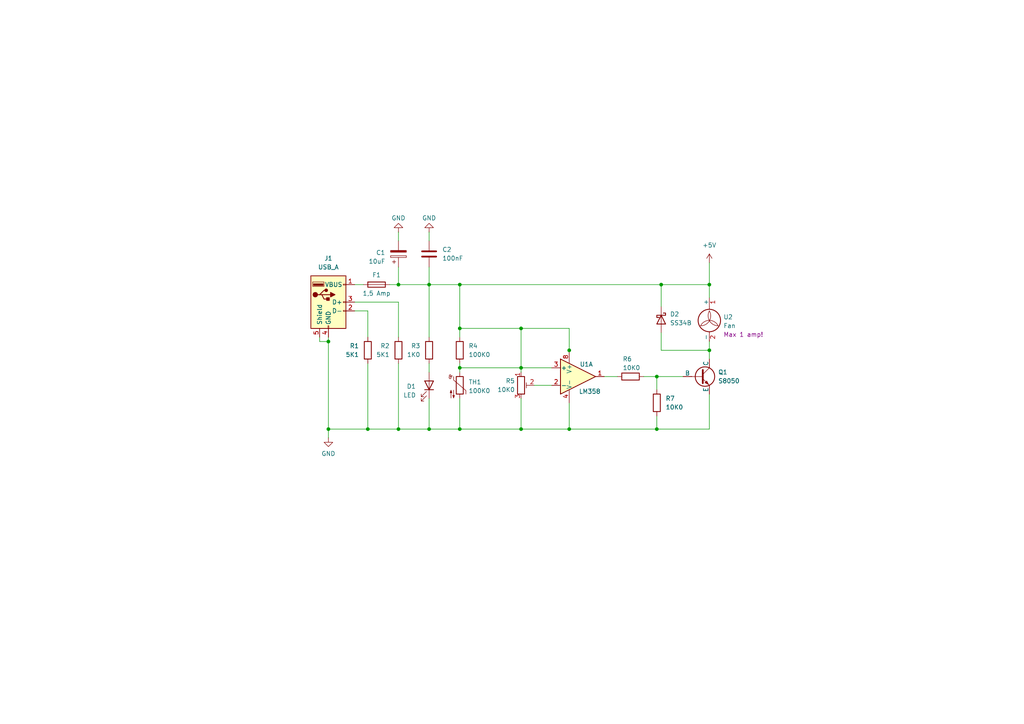
<source format=kicad_sch>
(kicad_sch (version 20231120) (generator "eeschema") (generator_version "8.0")
  (paper "A4")
  (title_block (title "Radiator ventilator driver") (date "2024-12-13") (rev "1.0.0") (comment 2 "Prototype"))
  (lib_symbols
    (symbol "Amplifier_Operational:LM358" (pin_names (offset 0.127))
      (property "Reference" "U" (at 0 5.08 0))
      (property "Value" "LM358" (at 0 -5.08 0))
      (symbol "LM358_1_1"
        (polyline (pts (xy -5.08 5.08) (xy 5.08 0) (xy -5.08 -5.08) (xy -5.08 5.08)) (stroke (width 0.254)) (fill (type background)))
        (pin output line (at 7.62 0 180) (length 2.54) (name "~") (number "1"))
        (pin input line (at -7.62 -2.54 0) (length 2.54) (name "-") (number "2"))
        (pin input line (at -7.62 2.54 0) (length 2.54) (name "+") (number "3"))
      )
      (symbol "LM358_2_1"
        (polyline (pts (xy -5.08 5.08) (xy 5.08 0) (xy -5.08 -5.08) (xy -5.08 5.08)) (stroke (width 0.254)) (fill (type background)))
        (pin input line (at -7.62 2.54 0) (length 2.54) (name "+") (number "5"))
        (pin input line (at -7.62 -2.54 0) (length 2.54) (name "-") (number "6"))
        (pin output line (at 7.62 0 180) (length 2.54) (name "~") (number "7"))
      )
      (symbol "LM358_3_1"
        (pin power_in line (at -2.54 -7.62 90) (length 3.81) (name "V-") (number "4"))
        (pin power_in line (at -2.54 7.62 270) (length 3.81) (name "V+") (number "8"))
      )
    )
    (symbol "Connector:USB_A" (pin_names (offset 1.016))
      (property "Reference" "J" (at -5.08 11.43 0))
      (property "Value" "USB_A" (at -5.08 8.89 0))
      (symbol "USB_A_0_1"
        (rectangle (start -5.08 -7.62) (end 5.08 7.62) (stroke (width 0.254)) (fill (type background)))
        (circle (center -3.81 2.159) (radius 0.635) (stroke (width 0.254)) (fill (type outline)))
        (rectangle (start -1.524 4.826) (end -4.318 5.334) (fill (type outline)))
        (rectangle (start -1.27 4.572) (end -4.572 5.842))
        (circle (center -0.635 3.429) (radius 0.381) (stroke (width 0.254)) (fill (type outline)))
        (rectangle (start -0.127 -7.62) (end 0.127 -6.858))
        (polyline (pts (xy -3.175 2.159) (xy -2.54 2.159) (xy -1.27 3.429) (xy -0.635 3.429)) (stroke (width 0.254)))
        (polyline (pts (xy -2.54 2.159) (xy -1.905 2.159) (xy -1.27 0.889) (xy 0 0.889)) (stroke (width 0.254)))
        (polyline (pts (xy 0.635 2.794) (xy 0.635 1.524) (xy 1.905 2.159) (xy 0.635 2.794)) (stroke (width 0.254)) (fill (type outline)))
        (rectangle (start 0.254 1.27) (end -0.508 0.508) (stroke (width 0.254)) (fill (type outline)))
        (rectangle (start 5.08 -2.667) (end 4.318 -2.413))
        (rectangle (start 5.08 -0.127) (end 4.318 0.127))
        (rectangle (start 5.08 4.953) (end 4.318 5.207))
      )
      (symbol "USB_A_1_1"
        (polyline (pts (xy -1.905 2.159) (xy 0.635 2.159)) (stroke (width 0.254)))
        (pin power_in line (at 7.62 5.08 180) (length 2.54) (name "VBUS") (number "1"))
        (pin bidirectional line (at 7.62 -2.54 180) (length 2.54) (name "D-") (number "2"))
        (pin bidirectional line (at 7.62 0 180) (length 2.54) (name "D+") (number "3"))
        (pin power_in line (at 0 -10.16 90) (length 2.54) (name "GND") (number "4"))
        (pin passive line (at -2.54 -10.16 90) (length 2.54) (name "Shield") (number "5"))
      )
    )
    (symbol "Device:C" (pin_numbers hide) (pin_names (offset 0.254))
      (property "Reference" "C" (at 0.635 2.54 0))
      (property "Value" "C" (at 0.635 -2.54 0))
      (symbol "C_0_1"
        (polyline (pts (xy -2.032 -0.762) (xy 2.032 -0.762)) (stroke (width 0.508)))
        (polyline (pts (xy -2.032 0.762) (xy 2.032 0.762)) (stroke (width 0.508)))
      )
      (symbol "C_1_1"
        (pin passive line (at 0 3.81 270) (length 2.794) (name "~") (number "1"))
        (pin passive line (at 0 -3.81 90) (length 2.794) (name "~") (number "2"))
      )
    )
    (symbol "Device:C_Polarized" (pin_numbers hide) (pin_names (offset 0.254))
      (property "Reference" "C" (at 0.635 2.54 0))
      (property "Value" "C_Polarized" (at 0.635 -2.54 0))
      (symbol "C_Polarized_0_1"
        (rectangle (start -2.286 0.508) (end 2.286 1.016))
        (polyline (pts (xy -1.778 2.286) (xy -0.762 2.286)))
        (polyline (pts (xy -1.27 2.794) (xy -1.27 1.778)))
        (rectangle (start 2.286 -0.508) (end -2.286 -1.016) (fill (type outline)))
      )
      (symbol "C_Polarized_1_1"
        (pin passive line (at 0 3.81 270) (length 2.794) (name "~") (number "1"))
        (pin passive line (at 0 -3.81 90) (length 2.794) (name "~") (number "2"))
      )
    )
    (symbol "Device:Fuse" (pin_numbers hide) (pin_names (offset 0))
      (property "Reference" "F" (at 2.032 0 90))
      (property "Value" "Fuse" (at -1.905 0 90))
      (symbol "Fuse_0_1"
        (rectangle (start -0.762 -2.54) (end 0.762 2.54) (stroke (width 0.254)))
        (polyline (pts (xy 0 2.54) (xy 0 -2.54)))
      )
      (symbol "Fuse_1_1"
        (pin passive line (at 0 3.81 270) (length 1.27) (name "~") (number "1"))
        (pin passive line (at 0 -3.81 90) (length 1.27) (name "~") (number "2"))
      )
    )
    (symbol "Device:LED" (pin_numbers hide) (pin_names (offset 1.016) hide)
      (property "Reference" "D" (at 0 2.54 0))
      (property "Value" "LED" (at 0 -2.54 0))
      (symbol "LED_0_1"
        (polyline (pts (xy -1.27 -1.27) (xy -1.27 1.27)) (stroke (width 0.254)))
        (polyline (pts (xy -1.27 0) (xy 1.27 0)))
        (polyline (pts (xy 1.27 -1.27) (xy 1.27 1.27) (xy -1.27 0) (xy 1.27 -1.27)) (stroke (width 0.254)))
        (polyline (pts (xy -3.048 -0.762) (xy -4.572 -2.286) (xy -3.81 -2.286) (xy -4.572 -2.286) (xy -4.572 -1.524)))
        (polyline (pts (xy -1.778 -0.762) (xy -3.302 -2.286) (xy -2.54 -2.286) (xy -3.302 -2.286) (xy -3.302 -1.524)))
      )
      (symbol "LED_1_1"
        (pin passive line (at -3.81 0 0) (length 2.54) (name "K") (number "1"))
        (pin passive line (at 3.81 0 180) (length 2.54) (name "A") (number "2"))
      )
    )
    (symbol "Device:R" (pin_numbers hide) (pin_names (offset 0))
      (property "Reference" "R" (at 2.032 0 90))
      (property "Value" "R" (at 0 0 90))
      (symbol "R_0_1"
        (rectangle (start -1.016 -2.54) (end 1.016 2.54) (stroke (width 0.254)))
      )
      (symbol "R_1_1"
        (pin passive line (at 0 3.81 270) (length 1.27) (name "~") (number "1"))
        (pin passive line (at 0 -3.81 90) (length 1.27) (name "~") (number "2"))
      )
    )
    (symbol "Device:R_Potentiometer_Trim" (pin_names (offset 1.016) hide)
      (property "Reference" "RV" (at -4.445 0 90))
      (property "Value" "R_Potentiometer_Trim" (at -2.54 0 90))
      (symbol "R_Potentiometer_Trim_0_1"
        (polyline (pts (xy 1.524 0.762) (xy 1.524 -0.762)))
        (polyline (pts (xy 2.54 0) (xy 1.524 0)))
        (rectangle (start 1.016 2.54) (end -1.016 -2.54) (stroke (width 0.254)))
      )
      (symbol "R_Potentiometer_Trim_1_1"
        (pin passive line (at 0 3.81 270) (length 1.27) (name "1") (number "1"))
        (pin passive line (at 3.81 0 180) (length 1.27) (name "2") (number "2"))
        (pin passive line (at 0 -3.81 90) (length 1.27) (name "3") (number "3"))
      )
    )
    (symbol "Device:Thermistor_NTC" (pin_numbers hide) (pin_names (offset 0))
      (property "Reference" "TH" (at -4.445 0 90))
      (property "Value" "Thermistor_NTC" (at 3.175 0 90))
      (symbol "Thermistor_NTC_0_1"
        (arc (start -3.048 2.159) (mid -3.0495 2.3143) (end -3.175 2.413))
        (arc (start -3.048 2.159) (mid -2.9736 1.9794) (end -2.794 1.905))
        (arc (start -3.048 2.794) (mid -2.9736 2.6144) (end -2.794 2.54))
        (arc (start -2.794 1.905) (mid -2.6144 1.9794) (end -2.54 2.159))
        (arc (start -2.794 2.54) (mid -2.4393 2.5587) (end -2.159 2.794))
        (arc (start -2.794 3.048) (mid -2.9736 2.9736) (end -3.048 2.794))
        (arc (start -2.54 2.794) (mid -2.6144 2.9736) (end -2.794 3.048))
        (rectangle (start -1.016 2.54) (end 1.016 -2.54) (stroke (width 0.254)))
        (polyline (pts (xy -2.54 2.159) (xy -2.54 2.794)))
        (polyline (pts (xy -1.778 2.54) (xy -1.778 1.524) (xy 1.778 -1.524) (xy 1.778 -2.54)))
        (polyline (pts (xy -2.54 -3.683) (xy -2.54 -1.397) (xy -2.794 -2.159) (xy -2.286 -2.159) (xy -2.54 -1.397) (xy -2.54 -1.651)) (fill (type outline)))
        (polyline (pts (xy -1.778 -1.397) (xy -1.778 -3.683) (xy -2.032 -2.921) (xy -1.524 -2.921) (xy -1.778 -3.683) (xy -1.778 -3.429)) (fill (type outline)))
      )
      (symbol "Thermistor_NTC_1_1"
        (pin passive line (at 0 3.81 270) (length 1.27) (name "~") (number "1"))
        (pin passive line (at 0 -3.81 90) (length 1.27) (name "~") (number "2"))
      )
    )
    (symbol "Diode:B340" (pin_numbers hide) (pin_names (offset 1.016) hide)
      (property "Reference" "D" (at 0 2.54 0))
      (property "Value" "B340" (at 0 -2.54 0))
      (symbol "B340_0_1"
        (polyline (pts (xy 1.27 0) (xy -1.27 0)))
        (polyline (pts (xy 1.27 1.27) (xy 1.27 -1.27) (xy -1.27 0) (xy 1.27 1.27)) (stroke (width 0.254)))
        (polyline (pts (xy -1.905 0.635) (xy -1.905 1.27) (xy -1.27 1.27) (xy -1.27 -1.27) (xy -0.635 -1.27) (xy -0.635 -0.635)) (stroke (width 0.254)))
      )
      (symbol "B340_1_1"
        (pin passive line (at -3.81 0 0) (length 2.54) (name "K") (number "1"))
        (pin passive line (at 3.81 0 180) (length 2.54) (name "A") (number "2"))
      )
    )
    (symbol "Lib_S8050:S8050" (pin_numbers hide) (pin_names (offset 0))
      (property "Reference" "Q" (at -2.54 7.62 0))
      (property "Value" "S8050" (at -2.54 5.08 0))
      (symbol "S8050_0_1"
        (polyline (pts (xy -2.54 0) (xy 0.635 0)) (stroke (width 0.1524)))
        (polyline (pts (xy 0.635 0.635) (xy 2.54 2.54)))
        (polyline (pts (xy 2.794 -1.27) (xy 2.794 -1.27)) (stroke (width 0.1524)))
        (polyline (pts (xy 2.794 -1.27) (xy 2.794 -1.27)) (stroke (width 0.1524)))
        (polyline (pts (xy 0.635 -0.635) (xy 2.54 -2.54) (xy 2.54 -2.54)))
        (polyline (pts (xy 0.635 1.905) (xy 0.635 -1.905) (xy 0.635 -1.905)) (stroke (width 0.508)))
        (polyline (pts (xy 1.27 -1.778) (xy 1.778 -1.27) (xy 2.286 -2.286) (xy 1.27 -1.778) (xy 1.27 -1.778)) (fill (type outline)))
        (circle (center 1.27 0) (radius 2.8194) (stroke (width 0.254)))
      )
      (symbol "S8050_1_1"
        (pin input line (at -5.08 0 0) (length 2.54) (name "B") (number "B"))
        (pin open_collector line (at 2.54 5.08 270) (length 2.54) (name "C") (number "C"))
        (pin open_emitter line (at 2.54 -5.08 90) (length 2.54) (name "E") (number "E"))
      )
    )
    (symbol "Motor:Fan" (pin_names (offset 0))
      (property "Reference" "M" (at 2.54 5.08 0))
      (property "Value" "Fan" (at 2.54 -2.54 0))
      (symbol "Fan_0_1"
        (arc (start -2.54 -0.508) (mid 0.0028 0.9121) (end 0 3.81))
        (polyline (pts (xy 0 -5.08) (xy 0 -4.572)))
        (polyline (pts (xy 0 -2.2352) (xy 0 -2.6416)))
        (polyline (pts (xy 0 4.2672) (xy 0 4.6228)))
        (polyline (pts (xy 0 4.572) (xy 0 5.08)))
        (circle (center 0 1.016) (radius 3.2512) (stroke (width 0.254)))
        (arc (start 0 3.81) (mid 0.053 0.921) (end 2.54 -0.508))
        (arc (start 2.54 -0.508) (mid 0 1.0618) (end -2.54 -0.508))
      )
      (symbol "Fan_1_1"
        (pin passive line (at 0 7.62 270) (length 2.54) (name "+") (number "1"))
        (pin passive line (at 0 -5.08 90) (length 2.54) (name "-") (number "2"))
      )
    )
    (symbol "power:+5V" (power) (pin_numbers hide) (pin_names (offset 0) hide)
      (property "Value" "+5V" (at 0 3.556 0))
      (symbol "+5V_0_1"
        (polyline (pts (xy -0.762 1.27) (xy 0 2.54)))
        (polyline (pts (xy 0 0) (xy 0 2.54)))
        (polyline (pts (xy 0 2.54) (xy 0.762 1.27)))
      )
      (symbol "+5V_1_1"
        (pin power_in line (at 0 0 90) (length 0) (name "~") (number "1"))
      )
    )
    (symbol "power:GND" (power) (pin_numbers hide) (pin_names (offset 0) hide)
      (property "Value" "GND" (at 0 -3.81 0))
      (symbol "GND_0_1"
        (polyline (pts (xy 0 0) (xy 0 -1.27) (xy 1.27 -1.27) (xy 0 -2.54) (xy -1.27 -1.27) (xy 0 -1.27)))
      )
      (symbol "GND_1_1"
        (pin power_in line (at 0 0 270) (length 0) (name "~") (number "1"))
      )
    )
  )
  (junction (at 190.5 124.46))
  (junction (at 205.74 82.55))
  (junction (at 124.46 124.46))
  (junction (at 115.57 82.55))
  (junction (at 95.25 99.06))
  (junction (at 124.46 82.55))
  (junction (at 165.1 101.6))
  (junction (at 151.13 95.25))
  (junction (at 115.57 124.46))
  (junction (at 133.35 106.68))
  (junction (at 205.74 101.6))
  (junction (at 190.5 109.22))
  (junction (at 191.77 82.55))
  (junction (at 95.25 124.46))
  (junction (at 133.35 124.46))
  (junction (at 151.13 106.68))
  (junction (at 151.13 124.46))
  (junction (at 106.68 124.46))
  (junction (at 133.35 82.55))
  (junction (at 133.35 95.25))
  (junction (at 165.1 124.46))
  (wire (pts (xy 190.5 109.22) (xy 190.5 113.03)))
  (wire (pts (xy 115.57 105.41) (xy 115.57 124.46)))
  (wire (pts (xy 106.68 105.41) (xy 106.68 124.46)))
  (wire (pts (xy 124.46 82.55) (xy 133.35 82.55)))
  (wire (pts (xy 175.26 109.22) (xy 179.07 109.22)))
  (wire (pts (xy 133.35 97.79) (xy 133.35 95.25)))
  (wire (pts (xy 92.71 97.79) (xy 92.71 99.06)))
  (wire (pts (xy 95.25 99.06) (xy 95.25 124.46)))
  (wire (pts (xy 124.46 115.57) (xy 124.46 124.46)))
  (wire (pts (xy 124.46 77.47) (xy 124.46 82.55)))
  (wire (pts (xy 115.57 87.63) (xy 115.57 97.79)))
  (wire (pts (xy 133.35 82.55) (xy 191.77 82.55)))
  (wire (pts (xy 190.5 109.22) (xy 186.69 109.22)))
  (wire (pts (xy 190.5 124.46) (xy 190.5 120.65)))
  (wire (pts (xy 102.87 82.55) (xy 105.41 82.55)))
  (wire (pts (xy 133.35 124.46) (xy 151.13 124.46)))
  (wire (pts (xy 151.13 95.25) (xy 165.1 95.25)))
  (wire (pts (xy 115.57 82.55) (xy 124.46 82.55)))
  (wire (pts (xy 133.35 105.41) (xy 133.35 106.68)))
  (wire (pts (xy 106.68 124.46) (xy 115.57 124.46)))
  (wire (pts (xy 133.35 95.25) (xy 151.13 95.25)))
  (wire (pts (xy 165.1 102.87) (xy 165.1 101.6)))
  (wire (pts (xy 133.35 106.68) (xy 133.35 107.95)))
  (wire (pts (xy 190.5 109.22) (xy 198.12 109.22)))
  (wire (pts (xy 95.25 97.79) (xy 95.25 99.06)))
  (wire (pts (xy 124.46 105.41) (xy 124.46 107.95)))
  (wire (pts (xy 102.87 87.63) (xy 115.57 87.63)))
  (wire (pts (xy 124.46 124.46) (xy 133.35 124.46)))
  (wire (pts (xy 191.77 82.55) (xy 205.74 82.55)))
  (wire (pts (xy 124.46 82.55) (xy 124.46 97.79)))
  (wire (pts (xy 205.74 114.3) (xy 205.74 124.46)))
  (wire (pts (xy 160.02 106.68) (xy 151.13 106.68)))
  (wire (pts (xy 92.71 99.06) (xy 95.25 99.06)))
  (wire (pts (xy 205.74 101.6) (xy 205.74 104.14)))
  (wire (pts (xy 190.5 124.46) (xy 205.74 124.46)))
  (wire (pts (xy 133.35 115.57) (xy 133.35 124.46)))
  (wire (pts (xy 205.74 82.55) (xy 205.74 86.36)))
  (wire (pts (xy 191.77 82.55) (xy 191.77 88.9)))
  (wire (pts (xy 95.25 124.46) (xy 95.25 127)))
  (wire (pts (xy 124.46 67.31) (xy 124.46 69.85)))
  (wire (pts (xy 106.68 90.17) (xy 106.68 97.79)))
  (wire (pts (xy 205.74 99.06) (xy 205.74 101.6)))
  (wire (pts (xy 151.13 95.25) (xy 151.13 106.68)))
  (wire (pts (xy 115.57 77.47) (xy 115.57 82.55)))
  (wire (pts (xy 95.25 124.46) (xy 106.68 124.46)))
  (wire (pts (xy 165.1 116.84) (xy 165.1 124.46)))
  (wire (pts (xy 115.57 67.31) (xy 115.57 69.85)))
  (wire (pts (xy 115.57 124.46) (xy 124.46 124.46)))
  (wire (pts (xy 154.94 111.76) (xy 160.02 111.76)))
  (wire (pts (xy 191.77 101.6) (xy 205.74 101.6)))
  (wire (pts (xy 191.77 96.52) (xy 191.77 101.6)))
  (wire (pts (xy 151.13 115.57) (xy 151.13 124.46)))
  (wire (pts (xy 165.1 124.46) (xy 190.5 124.46)))
  (wire (pts (xy 151.13 124.46) (xy 165.1 124.46)))
  (wire (pts (xy 151.13 106.68) (xy 133.35 106.68)))
  (wire (pts (xy 165.1 95.25) (xy 165.1 101.6)))
  (wire (pts (xy 102.87 90.17) (xy 106.68 90.17)))
  (wire (pts (xy 205.74 76.2) (xy 205.74 82.55)))
  (wire (pts (xy 133.35 82.55) (xy 133.35 95.25)))
  (wire (pts (xy 151.13 106.68) (xy 151.13 107.95)))
  (wire (pts (xy 113.03 82.55) (xy 115.57 82.55)))
  (symbol (lib_id "Device:Fuse") (at 109.22 82.55 90) (unit 1)
    (property "Reference" "F1" (at 109.22 79.756 90))
    (property "Value" "1,5 Amp" (at 109.22 85.09 90))
    (property "Description" "Fuse" (effects (hide yes)))
  )
  (symbol (lib_id "power:+5V") (at 205.74 76.2 0) (unit 1)
    (property "Reference" "#PWR04" (effects (hide yes)))
    (property "Value" "+5V" (at 205.74 71.12 0))
    (property "Description" "Power symbol creates a global label with name \"+5V\"" (effects (hide yes)))
  )
  (symbol (lib_id "Device:C") (at 124.46 73.66 0) (unit 1)
    (property "Reference" "C2" (at 128.27 72.3899 0) (effects (justify left)))
    (property "Value" "100nF" (at 128.27 74.9299 0) (effects (justify left)))
    (property "Description" "Unpolarized capacitor" (effects (hide yes)))
  )
  (symbol (lib_id "Device:R") (at 133.35 101.6 0) (unit 1)
    (property "Reference" "R4" (at 135.89 100.3299 0) (effects (justify left)))
    (property "Value" "100K0" (at 135.89 102.8699 0) (effects (justify left)))
    (property "Description" "Resistor" (effects (hide yes)))
  )
  (symbol (lib_id "Device:R") (at 124.46 101.6 0) (mirror y) (unit 1)
    (property "Reference" "R3" (at 121.92 100.3299 0) (effects (justify left)))
    (property "Value" "1K0" (at 121.92 102.8699 0) (effects (justify left)))
    (property "Description" "Resistor" (effects (hide yes)))
  )
  (symbol (lib_id "Device:Thermistor_NTC") (at 133.35 111.76 0) (unit 1)
    (property "Reference" "TH1" (at 135.89 110.8074 0) (effects (justify left)))
    (property "Value" "100K0" (at 135.89 113.3474 0) (effects (justify left)))
    (property "Description" "Temperature dependent resistor, negative temperature coefficient" (effects (hide yes)))
  )
  (symbol (lib_id "Device:R") (at 115.57 101.6 0) (mirror y) (unit 1)
    (property "Reference" "R2" (at 113.03 100.3299 0) (effects (justify left)))
    (property "Value" "5K1" (at 113.03 102.8699 0) (effects (justify left)))
    (property "Description" "Resistor" (effects (hide yes)))
  )
  (symbol (lib_id "Device:R") (at 182.88 109.22 90) (unit 1)
    (property "Reference" "R6" (at 180.594 104.14 90) (effects (justify right)))
    (property "Value" "10K0" (at 180.594 106.68 90) (effects (justify right)))
    (property "Description" "Resistor" (effects (hide yes)))
  )
  (symbol (lib_id "power:GND") (at 115.57 67.31 180) (unit 1)
    (property "Reference" "#PWR02" (effects (hide yes)))
    (property "Value" "GND" (at 115.57 63.246 0))
    (property "Description" "Power symbol creates a global label with name \"GND\" , ground" (effects (hide yes)))
  )
  (symbol (lib_id "Motor:Fan") (at 205.74 93.98 0) (unit 1)
    (property "Reference" "U2" (at 209.804 91.948 0) (effects (justify left)))
    (property "Value" "Fan" (at 209.804 94.488 0) (effects (justify left)))
    (property "Description" "Fan" (effects (hide yes)))
    (property "Comment" "Max 1 amp!" (at 209.804 97.028 0) (effects (justify left)))
  )
  (symbol (lib_id "power:GND") (at 124.46 67.31 180) (unit 1)
    (property "Reference" "#PWR03" (effects (hide yes)))
    (property "Value" "GND" (at 124.46 63.246 0))
    (property "Description" "Power symbol creates a global label with name \"GND\" , ground" (effects (hide yes)))
  )
  (symbol (lib_id "Lib_S8050:S8050") (at 203.2 109.22 0) (unit 1)
    (property "Reference" "Q1" (at 208.28 107.9499 0) (effects (justify left)))
    (property "Value" "S8050" (at 208.28 110.4899 0) (effects (justify left)))
    (property "Footprint" "Lib_S8050:S8050" (effects (hide yes)))
    (property "Datasheet" "https://www.lcsc.com/datasheet/lcsc_datasheet_2304140030_Jiangsu-Changjing-Electronics-Technology-Co---Ltd--S8050-RANGE-120-200_C105433.pdf" (effects (hide yes)))
    (property "LCSC" "C105433" (effects (hide yes)))
  )
  (symbol (lib_id "Device:C_Polarized") (at 115.57 73.66 0) (mirror x) (unit 1)
    (property "Reference" "C1" (at 111.76 73.2789 0) (effects (justify right)))
    (property "Value" "10uF" (at 111.76 75.8189 0) (effects (justify right)))
    (property "Description" "Polarized capacitor" (effects (hide yes)))
  )
  (symbol (lib_id "Device:R") (at 190.5 116.84 0) (unit 1)
    (property "Reference" "R7" (at 193.04 115.5699 0) (effects (justify left)))
    (property "Value" "10K0" (at 193.04 118.1099 0) (effects (justify left)))
    (property "Description" "Resistor" (effects (hide yes)))
  )
  (symbol (lib_id "Device:LED") (at 124.46 111.76 270) (mirror x) (unit 1)
    (property "Reference" "D1" (at 120.65 112.0774 90) (effects (justify right)))
    (property "Value" "LED" (at 120.65 114.6174 90) (effects (justify right)))
    (property "Description" "Light emitting diode" (effects (hide yes)))
  )
  (symbol (lib_id "Device:R_Potentiometer_Trim") (at 151.13 111.76 0) (unit 1)
    (property "Reference" "R5" (at 149.352 110.49 0) (effects (justify right)))
    (property "Value" "10K0" (at 149.352 113.03 0) (effects (justify right)))
    (property "Description" "Trim-potentiometer" (effects (hide yes)))
  )
  (symbol (lib_id "Diode:B340") (at 191.77 92.71 270) (unit 1)
    (property "Reference" "D2" (at 194.31 91.1224 90) (effects (justify left)))
    (property "Value" "SS34B" (at 194.31 93.6624 90) (effects (justify left)))
    (property "Footprint" "Diode_SMD:D_SMB" (effects (hide yes)))
    (property "Datasheet" "http://www.jameco.com/Jameco/Products/ProdDS/1538777.pdf" (effects (hide yes)))
    (property "Description" "40V 3A Schottky Barrier Rectifier Diode, SMC" (effects (hide yes)))
    (property "LCSC" "C7420366" (effects (hide yes)))
  )
  (symbol (lib_id "power:GND") (at 95.25 127 0) (unit 1)
    (property "Reference" "#PWR01" (effects (hide yes)))
    (property "Value" "GND" (at 95.25 131.572 0))
    (property "Description" "Power symbol creates a global label with name \"GND\" , ground" (effects (hide yes)))
  )
  (symbol (lib_id "Amplifier_Operational:LM358") (at 167.64 109.22 0) (unit 3)
    (property "Reference" "U1" (effects (hide yes)))
    (property "Value" "LM358" (effects (hide yes)))
    (property "Datasheet" "http://www.ti.com/lit/ds/symlink/lm2904-n.pdf" (effects (hide yes)))
    (property "Description" "Low-Power, Dual Operational Amplifiers, DIP-8/SOIC-8/TO-99-8" (effects (hide yes)))
  )
  (symbol (lib_id "Connector:USB_A") (at 95.25 87.63 0) (unit 1)
    (property "Reference" "J1" (at 95.25 74.93 0))
    (property "Value" "USB_A" (at 95.25 77.47 0))
    (property "Datasheet" " ~" (effects (hide yes)))
    (property "Description" "USB Type A connector" (effects (hide yes)))
  )
  (symbol (lib_id "Amplifier_Operational:LM358") (at 167.64 109.22 0) (unit 1)
    (property "Reference" "U1" (at 168.148 105.664 0) (effects (justify left)))
    (property "Value" "LM358" (at 167.894 113.538 0) (effects (justify left)))
    (property "Datasheet" "http://www.ti.com/lit/ds/symlink/lm2904-n.pdf" (effects (hide yes)))
    (property "Description" "Low-Power, Dual Operational Amplifiers, DIP-8/SOIC-8/TO-99-8" (effects (hide yes)))
  )
  (symbol (lib_id "Device:R") (at 106.68 101.6 0) (mirror y) (unit 1)
    (property "Reference" "R1" (at 104.14 100.3299 0) (effects (justify left)))
    (property "Value" "5K1" (at 104.14 102.8699 0) (effects (justify left)))
    (property "Description" "Resistor" (effects (hide yes)))
  )
)
</source>
